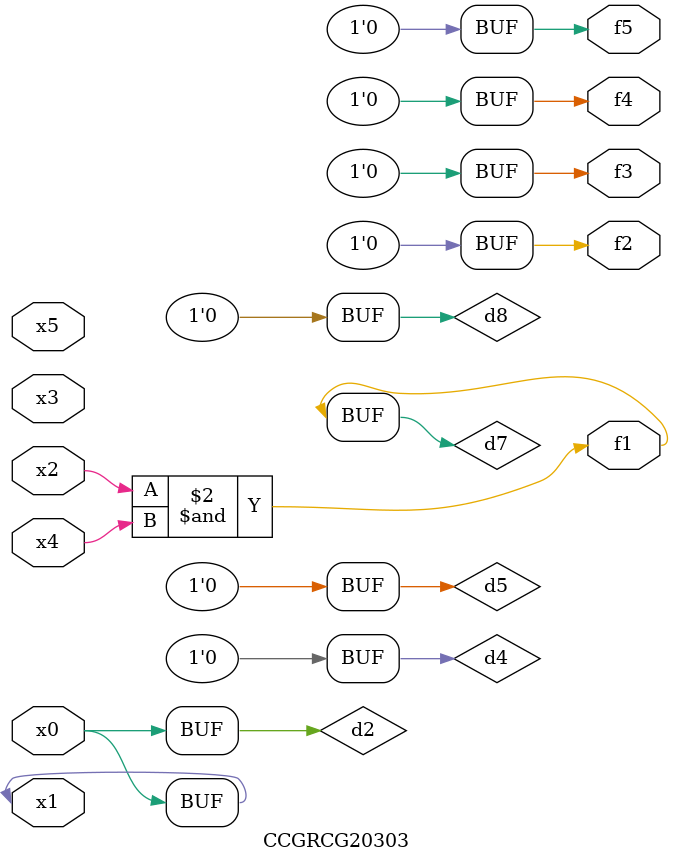
<source format=v>
module CCGRCG20303(
	input x0, x1, x2, x3, x4, x5,
	output f1, f2, f3, f4, f5
);

	wire d1, d2, d3, d4, d5, d6, d7, d8, d9;

	nand (d1, x1);
	buf (d2, x0, x1);
	nand (d3, x2, x4);
	and (d4, d1, d2);
	and (d5, d1, d2);
	nand (d6, d1, d3);
	not (d7, d3);
	xor (d8, d5);
	nor (d9, d5, d6);
	assign f1 = d7;
	assign f2 = d8;
	assign f3 = d8;
	assign f4 = d8;
	assign f5 = d8;
endmodule

</source>
